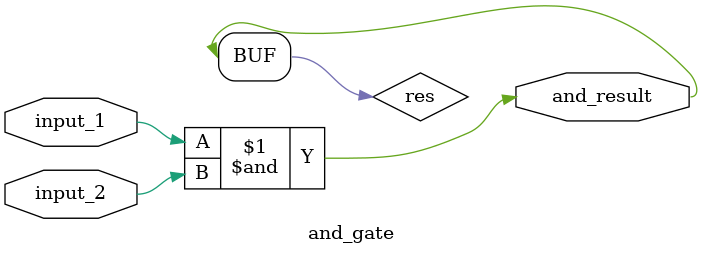
<source format=v>
module and_gate
(
    input_1,
    input_2,
    and_result
);
input input_1;
input input_2;
output and_result;
wire res;
assign res = input_1 & input_2;
assign and_result = res;

endmodule

</source>
